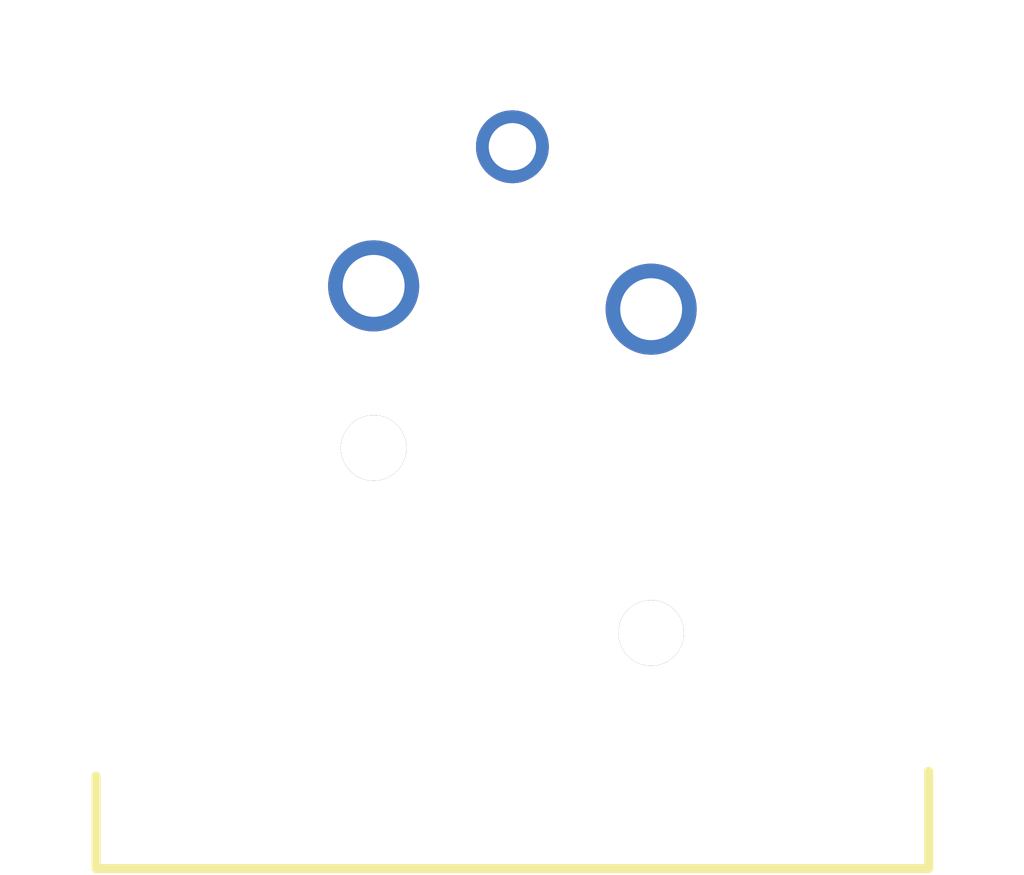
<source format=kicad_pcb>
(kicad_pcb (version 20241229) (generator "atopile") (generator_version "0.12.2")
  (layers (0 "F.Cu" signal) (31 "B.Cu" signal) (34 "B.Paste" user) (35 "F.Paste" user) (36 "B.SilkS" user "B.Silkscreen") (37 "F.SilkS" user "F.Silkscreen") (38 "B.Mask" user) (39 "F.Mask" user) (44 "Edge.Cuts" user))
  (net 0 "")
  (net 1 "audio_N")
  (net 2 "GND")
  (net 3 "audio_P")
  (net 4 "net")
  (footprint "Neutrik_NC3FAAH:CONN-TH_NC3FAAH" (layer "F.Cu") (at 0 0 0)
    (property "Reference" "PS1" (hide yes))
    (property "Value" "")
    (fp_line (start 11.43 14.92) (end 11.43 17.59) (stroke (width 0.25)) (layer "F.SilkS"))
    (fp_line (start 11.43 17.59) (end -11.43 17.59) (stroke (width 0.25)) (layer "F.SilkS"))
    (fp_line (start -11.43 17.59) (end -11.43 15.05) (stroke (width 0.25)) (layer "F.SilkS"))
    (pad "1" thru_hole circle (at 3.81 2.23 180) (size 2.5 2.5) (drill 1.7000219999999997) (layers "*.Cu" "*.Mask") (net 2 "GND"))
    (pad "2" thru_hole circle (at -3.81 1.59 180) (size 2.5 2.5) (drill 1.7000219999999997) (layers "*.Cu" "*.Mask") (net 3 "audio_P"))
    (pad "3" thru_hole circle (at 0 -2.23 180) (size 2 2) (drill 1.3000228) (layers "*.Cu" "*.Mask") (net 1 "audio_N"))
    (pad "" thru_hole circle (at -3.81 6.04 0) (size 1.8 1.8) (drill 1.8) (layers "*.Cu" "*.Mask") (net 4 "net"))
    (pad "" thru_hole circle (at 3.81 11.12 0) (size 1.8 1.8) (drill 1.8) (layers "*.Cu" "*.Mask") (net 4 "net"))
  )
)
</source>
